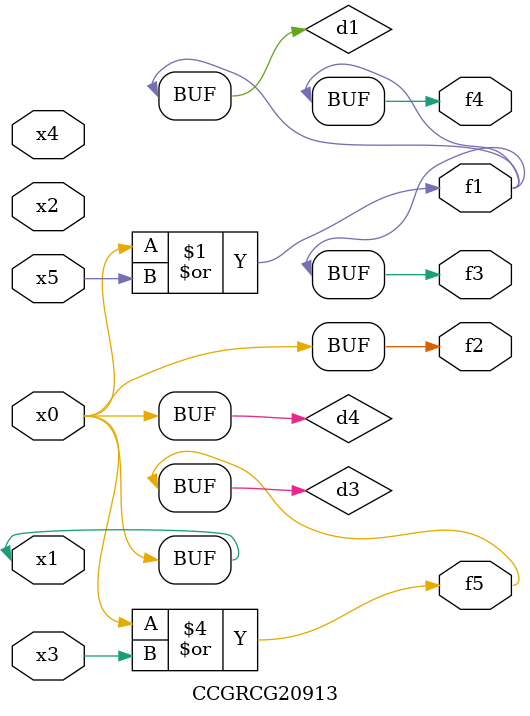
<source format=v>
module CCGRCG20913(
	input x0, x1, x2, x3, x4, x5,
	output f1, f2, f3, f4, f5
);

	wire d1, d2, d3, d4;

	or (d1, x0, x5);
	xnor (d2, x1, x4);
	or (d3, x0, x3);
	buf (d4, x0, x1);
	assign f1 = d1;
	assign f2 = d4;
	assign f3 = d1;
	assign f4 = d1;
	assign f5 = d3;
endmodule

</source>
